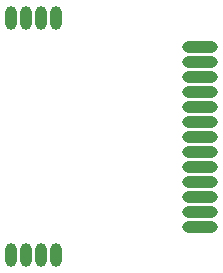
<source format=gbr>
%TF.GenerationSoftware,KiCad,Pcbnew,9.0.0*%
%TF.CreationDate,2025-02-25T16:03:33+01:00*%
%TF.ProjectId,2_In_6_Out,325f496e-5f36-45f4-9f75-742e6b696361,0*%
%TF.SameCoordinates,Original*%
%TF.FileFunction,Soldermask,Bot*%
%TF.FilePolarity,Negative*%
%FSLAX46Y46*%
G04 Gerber Fmt 4.6, Leading zero omitted, Abs format (unit mm)*
G04 Created by KiCad (PCBNEW 9.0.0) date 2025-02-25 16:03:33*
%MOMM*%
%LPD*%
G01*
G04 APERTURE LIST*
%ADD10O,3.000000X1.000000*%
%ADD11O,1.000000X2.000000*%
G04 APERTURE END LIST*
D10*
%TO.C,J3*%
X109146250Y-53130000D03*
X109146250Y-54400000D03*
X109146250Y-55670000D03*
X109146250Y-56940000D03*
X109146250Y-58210000D03*
X109146250Y-59480000D03*
X109146250Y-60750000D03*
X109146250Y-62020000D03*
X109146250Y-63290000D03*
X109146250Y-64560000D03*
X109146250Y-65830000D03*
X109146250Y-67100000D03*
X109146250Y-68370000D03*
%TD*%
D11*
%TO.C,J4*%
X96956250Y-50750000D03*
X95686250Y-50750000D03*
X94416250Y-50750000D03*
X93146250Y-50750000D03*
%TD*%
%TO.C,J5*%
X96956250Y-70750000D03*
X95686250Y-70750000D03*
X94416250Y-70750000D03*
X93146250Y-70750000D03*
%TD*%
M02*

</source>
